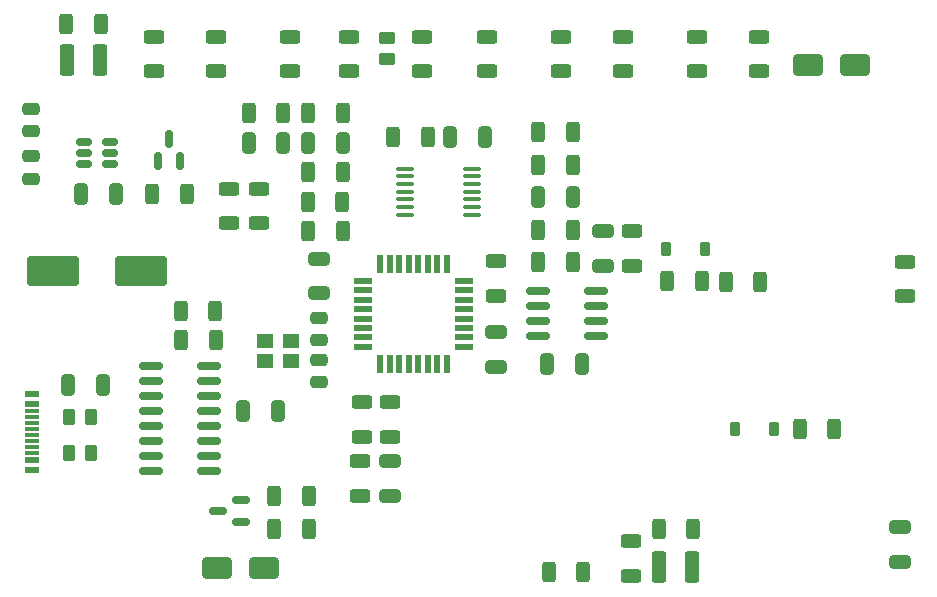
<source format=gbr>
%TF.GenerationSoftware,KiCad,Pcbnew,9.0.1*%
%TF.CreationDate,2025-04-25T18:02:47+02:00*%
%TF.ProjectId,CC_Load,43435f4c-6f61-4642-9e6b-696361645f70,rev?*%
%TF.SameCoordinates,Original*%
%TF.FileFunction,Paste,Top*%
%TF.FilePolarity,Positive*%
%FSLAX46Y46*%
G04 Gerber Fmt 4.6, Leading zero omitted, Abs format (unit mm)*
G04 Created by KiCad (PCBNEW 9.0.1) date 2025-04-25 18:02:47*
%MOMM*%
%LPD*%
G01*
G04 APERTURE LIST*
G04 Aperture macros list*
%AMRoundRect*
0 Rectangle with rounded corners*
0 $1 Rounding radius*
0 $2 $3 $4 $5 $6 $7 $8 $9 X,Y pos of 4 corners*
0 Add a 4 corners polygon primitive as box body*
4,1,4,$2,$3,$4,$5,$6,$7,$8,$9,$2,$3,0*
0 Add four circle primitives for the rounded corners*
1,1,$1+$1,$2,$3*
1,1,$1+$1,$4,$5*
1,1,$1+$1,$6,$7*
1,1,$1+$1,$8,$9*
0 Add four rect primitives between the rounded corners*
20,1,$1+$1,$2,$3,$4,$5,0*
20,1,$1+$1,$4,$5,$6,$7,0*
20,1,$1+$1,$6,$7,$8,$9,0*
20,1,$1+$1,$8,$9,$2,$3,0*%
G04 Aperture macros list end*
%ADD10RoundRect,0.250000X-0.625000X0.312500X-0.625000X-0.312500X0.625000X-0.312500X0.625000X0.312500X0*%
%ADD11R,1.600000X0.550000*%
%ADD12R,0.550000X1.600000*%
%ADD13RoundRect,0.250000X0.650000X-0.325000X0.650000X0.325000X-0.650000X0.325000X-0.650000X-0.325000X0*%
%ADD14RoundRect,0.250000X1.000000X0.650000X-1.000000X0.650000X-1.000000X-0.650000X1.000000X-0.650000X0*%
%ADD15RoundRect,0.250000X0.325000X0.650000X-0.325000X0.650000X-0.325000X-0.650000X0.325000X-0.650000X0*%
%ADD16RoundRect,0.250000X-0.325000X-0.650000X0.325000X-0.650000X0.325000X0.650000X-0.325000X0.650000X0*%
%ADD17RoundRect,0.150000X-0.825000X-0.150000X0.825000X-0.150000X0.825000X0.150000X-0.825000X0.150000X0*%
%ADD18RoundRect,0.250000X0.312500X0.625000X-0.312500X0.625000X-0.312500X-0.625000X0.312500X-0.625000X0*%
%ADD19RoundRect,0.250000X-0.312500X-0.625000X0.312500X-0.625000X0.312500X0.625000X-0.312500X0.625000X0*%
%ADD20R,1.400000X1.200000*%
%ADD21RoundRect,0.150000X0.150000X-0.587500X0.150000X0.587500X-0.150000X0.587500X-0.150000X-0.587500X0*%
%ADD22RoundRect,0.250000X0.262500X0.450000X-0.262500X0.450000X-0.262500X-0.450000X0.262500X-0.450000X0*%
%ADD23RoundRect,0.250000X0.475000X-0.250000X0.475000X0.250000X-0.475000X0.250000X-0.475000X-0.250000X0*%
%ADD24RoundRect,0.250000X0.625000X-0.312500X0.625000X0.312500X-0.625000X0.312500X-0.625000X-0.312500X0*%
%ADD25RoundRect,0.250000X-0.650000X0.325000X-0.650000X-0.325000X0.650000X-0.325000X0.650000X0.325000X0*%
%ADD26RoundRect,0.250000X0.375000X1.075000X-0.375000X1.075000X-0.375000X-1.075000X0.375000X-1.075000X0*%
%ADD27RoundRect,0.150000X-0.512500X-0.150000X0.512500X-0.150000X0.512500X0.150000X-0.512500X0.150000X0*%
%ADD28RoundRect,0.100000X-0.637500X-0.100000X0.637500X-0.100000X0.637500X0.100000X-0.637500X0.100000X0*%
%ADD29R,1.240000X0.600000*%
%ADD30R,1.240000X0.300000*%
%ADD31RoundRect,0.250000X-0.475000X0.250000X-0.475000X-0.250000X0.475000X-0.250000X0.475000X0.250000X0*%
%ADD32RoundRect,0.250000X-0.375000X-1.075000X0.375000X-1.075000X0.375000X1.075000X-0.375000X1.075000X0*%
%ADD33RoundRect,0.225000X0.225000X0.375000X-0.225000X0.375000X-0.225000X-0.375000X0.225000X-0.375000X0*%
%ADD34RoundRect,0.250000X-1.950000X-1.000000X1.950000X-1.000000X1.950000X1.000000X-1.950000X1.000000X0*%
%ADD35RoundRect,0.150000X0.587500X0.150000X-0.587500X0.150000X-0.587500X-0.150000X0.587500X-0.150000X0*%
%ADD36RoundRect,0.250000X-0.450000X0.262500X-0.450000X-0.262500X0.450000X-0.262500X0.450000X0.262500X0*%
G04 APERTURE END LIST*
D10*
%TO.C,R16*%
X137000000Y-85537500D03*
X137000000Y-88462500D03*
%TD*%
D11*
%TO.C,U4*%
X125750000Y-87200000D03*
X125750000Y-88000000D03*
X125750000Y-88800000D03*
X125750000Y-89600000D03*
X125750000Y-90400000D03*
X125750000Y-91200000D03*
X125750000Y-92000000D03*
X125750000Y-92800000D03*
D12*
X127200000Y-94250000D03*
X128000000Y-94250000D03*
X128800000Y-94250000D03*
X129600000Y-94250000D03*
X130400000Y-94250000D03*
X131200000Y-94250000D03*
X132000000Y-94250000D03*
X132800000Y-94250000D03*
D11*
X134250000Y-92800000D03*
X134250000Y-92000000D03*
X134250000Y-91200000D03*
X134250000Y-90400000D03*
X134250000Y-89600000D03*
X134250000Y-88800000D03*
X134250000Y-88000000D03*
X134250000Y-87200000D03*
D12*
X132800000Y-85750000D03*
X132000000Y-85750000D03*
X131200000Y-85750000D03*
X130400000Y-85750000D03*
X129600000Y-85750000D03*
X128800000Y-85750000D03*
X128000000Y-85750000D03*
X127200000Y-85750000D03*
%TD*%
D13*
%TO.C,C16*%
X146000000Y-85925000D03*
X146000000Y-82975000D03*
%TD*%
D14*
%TO.C,D1*%
X117350000Y-111500000D03*
X113350000Y-111500000D03*
%TD*%
D10*
%TO.C,R19*%
X125603000Y-97470500D03*
X125603000Y-100395500D03*
%TD*%
%TO.C,R22*%
X108000000Y-66537500D03*
X108000000Y-69462500D03*
%TD*%
D15*
%TO.C,C12*%
X144225000Y-94250000D03*
X141275000Y-94250000D03*
%TD*%
D10*
%TO.C,R30*%
X124500000Y-66537500D03*
X124500000Y-69462500D03*
%TD*%
D16*
%TO.C,C11*%
X121062500Y-75500000D03*
X124012500Y-75500000D03*
%TD*%
D17*
%TO.C,U3*%
X107750000Y-94460000D03*
X107750000Y-95730000D03*
X107750000Y-97000000D03*
X107750000Y-98270000D03*
X107750000Y-99540000D03*
X107750000Y-100810000D03*
X107750000Y-102080000D03*
X107750000Y-103350000D03*
X112700000Y-103350000D03*
X112700000Y-102080000D03*
X112700000Y-100810000D03*
X112700000Y-99540000D03*
X112700000Y-98270000D03*
X112700000Y-97000000D03*
X112700000Y-95730000D03*
X112700000Y-94460000D03*
%TD*%
D18*
%TO.C,R10*%
X121125000Y-108200000D03*
X118200000Y-108200000D03*
%TD*%
D17*
%TO.C,U5*%
X140525000Y-88095000D03*
X140525000Y-89365000D03*
X140525000Y-90635000D03*
X140525000Y-91905000D03*
X145475000Y-91905000D03*
X145475000Y-90635000D03*
X145475000Y-89365000D03*
X145475000Y-88095000D03*
%TD*%
D19*
%TO.C,R9*%
X100575000Y-65500000D03*
X103500000Y-65500000D03*
%TD*%
D18*
%TO.C,R27*%
X124000000Y-78000000D03*
X121075000Y-78000000D03*
%TD*%
D20*
%TO.C,Y1*%
X119600000Y-92325000D03*
X117400000Y-92325000D03*
X117400000Y-94025000D03*
X119600000Y-94025000D03*
%TD*%
D21*
%TO.C,U7*%
X108362500Y-77037500D03*
X110262500Y-77037500D03*
X109312500Y-75162500D03*
%TD*%
D18*
%TO.C,R40*%
X143497500Y-85637000D03*
X140572500Y-85637000D03*
%TD*%
D22*
%TO.C,R3*%
X102662500Y-101750000D03*
X100837500Y-101750000D03*
%TD*%
%TO.C,R1*%
X102662500Y-98750000D03*
X100837500Y-98750000D03*
%TD*%
D16*
%TO.C,C1*%
X100775000Y-96000000D03*
X103725000Y-96000000D03*
%TD*%
D23*
%TO.C,C13*%
X122000000Y-92225000D03*
X122000000Y-90325000D03*
%TD*%
D16*
%TO.C,C15*%
X140560000Y-80137000D03*
X143510000Y-80137000D03*
%TD*%
D24*
%TO.C,R13*%
X114400000Y-82325000D03*
X114400000Y-79400000D03*
%TD*%
D10*
%TO.C,R41*%
X148400000Y-109237500D03*
X148400000Y-112162500D03*
%TD*%
D24*
%TO.C,R14*%
X116900000Y-82325000D03*
X116900000Y-79400000D03*
%TD*%
D13*
%TO.C,C18*%
X171200000Y-111025000D03*
X171200000Y-108075000D03*
%TD*%
D25*
%TO.C,C8*%
X137000000Y-91525000D03*
X137000000Y-94475000D03*
%TD*%
D10*
%TO.C,R25*%
X142500000Y-66537500D03*
X142500000Y-69462500D03*
%TD*%
D16*
%TO.C,C2*%
X133062500Y-75000000D03*
X136012500Y-75000000D03*
%TD*%
D18*
%TO.C,R11*%
X153662500Y-108200000D03*
X150737500Y-108200000D03*
%TD*%
%TO.C,R39*%
X143497500Y-82887000D03*
X140572500Y-82887000D03*
%TD*%
D26*
%TO.C,D2*%
X103437500Y-68500000D03*
X100637500Y-68500000D03*
%TD*%
D18*
%TO.C,R18*%
X118962500Y-73000000D03*
X116037500Y-73000000D03*
%TD*%
D10*
%TO.C,R31*%
X136250000Y-66537500D03*
X136250000Y-69462500D03*
%TD*%
D14*
%TO.C,D5*%
X167400000Y-68900000D03*
X163400000Y-68900000D03*
%TD*%
D27*
%TO.C,U6*%
X102062500Y-75450000D03*
X102062500Y-76400000D03*
X102062500Y-77350000D03*
X104337500Y-77350000D03*
X104337500Y-76400000D03*
X104337500Y-75450000D03*
%TD*%
D28*
%TO.C,U2*%
X129262500Y-77700000D03*
X129262500Y-78350000D03*
X129262500Y-79000000D03*
X129262500Y-79650000D03*
X129262500Y-80300000D03*
X129262500Y-80950000D03*
X129262500Y-81600000D03*
X134987500Y-81600000D03*
X134987500Y-80950000D03*
X134987500Y-80300000D03*
X134987500Y-79650000D03*
X134987500Y-79000000D03*
X134987500Y-78350000D03*
X134987500Y-77700000D03*
%TD*%
D24*
%TO.C,R21*%
X125500000Y-105425000D03*
X125500000Y-102500000D03*
%TD*%
D19*
%TO.C,R43*%
X107850000Y-79850000D03*
X110775000Y-79850000D03*
%TD*%
D10*
%TO.C,R26*%
X154000000Y-66537500D03*
X154000000Y-69462500D03*
%TD*%
D18*
%TO.C,R34*%
X131200000Y-75000000D03*
X128275000Y-75000000D03*
%TD*%
D19*
%TO.C,R6*%
X118200000Y-105450000D03*
X121125000Y-105450000D03*
%TD*%
D29*
%TO.C,J5*%
X97725000Y-96800000D03*
X97725000Y-97600000D03*
D30*
X97725000Y-98750000D03*
X97725000Y-99750000D03*
X97725000Y-100250000D03*
X97725000Y-101250000D03*
D29*
X97725000Y-102400000D03*
X97725000Y-103200000D03*
X97725000Y-103200000D03*
X97725000Y-102400000D03*
D30*
X97725000Y-101750000D03*
X97725000Y-100750000D03*
X97725000Y-99250000D03*
X97725000Y-98250000D03*
D29*
X97725000Y-97600000D03*
X97725000Y-96800000D03*
%TD*%
D10*
%TO.C,R23*%
X119500000Y-66537500D03*
X119500000Y-69462500D03*
%TD*%
D19*
%TO.C,R8*%
X151475000Y-87250000D03*
X154400000Y-87250000D03*
%TD*%
D10*
%TO.C,R32*%
X147750000Y-66537500D03*
X147750000Y-69462500D03*
%TD*%
D31*
%TO.C,C5*%
X97600000Y-72650000D03*
X97600000Y-74550000D03*
%TD*%
D23*
%TO.C,C4*%
X97600000Y-78550000D03*
X97600000Y-76650000D03*
%TD*%
D31*
%TO.C,C14*%
X122000000Y-93875000D03*
X122000000Y-95775000D03*
%TD*%
D24*
%TO.C,R12*%
X171600000Y-88500000D03*
X171600000Y-85575000D03*
%TD*%
D19*
%TO.C,R35*%
X140572500Y-77387000D03*
X143497500Y-77387000D03*
%TD*%
D32*
%TO.C,D4*%
X150800000Y-111450000D03*
X153600000Y-111450000D03*
%TD*%
D18*
%TO.C,R28*%
X124000000Y-73000000D03*
X121075000Y-73000000D03*
%TD*%
D16*
%TO.C,C6*%
X115550000Y-98250000D03*
X118500000Y-98250000D03*
%TD*%
%TO.C,C17*%
X101862500Y-79900000D03*
X104812500Y-79900000D03*
%TD*%
D33*
%TO.C,D3*%
X154680500Y-84500000D03*
X151380500Y-84500000D03*
%TD*%
D19*
%TO.C,R2*%
X110287500Y-89750000D03*
X113212500Y-89750000D03*
%TD*%
D18*
%TO.C,R7*%
X144362500Y-111900000D03*
X141437500Y-111900000D03*
%TD*%
D15*
%TO.C,C9*%
X118975000Y-75500000D03*
X116025000Y-75500000D03*
%TD*%
D19*
%TO.C,R36*%
X140572500Y-74637000D03*
X143497500Y-74637000D03*
%TD*%
D10*
%TO.C,R29*%
X113250000Y-66537500D03*
X113250000Y-69462500D03*
%TD*%
D34*
%TO.C,C3*%
X99500000Y-86400000D03*
X106900000Y-86400000D03*
%TD*%
D10*
%TO.C,R20*%
X128016000Y-97470500D03*
X128016000Y-100395500D03*
%TD*%
%TO.C,R33*%
X159250000Y-66537500D03*
X159250000Y-69462500D03*
%TD*%
D18*
%TO.C,R17*%
X124000000Y-83000000D03*
X121075000Y-83000000D03*
%TD*%
D13*
%TO.C,C10*%
X128000000Y-105450000D03*
X128000000Y-102500000D03*
%TD*%
D18*
%TO.C,R15*%
X123962500Y-80500000D03*
X121037500Y-80500000D03*
%TD*%
D35*
%TO.C,Q1*%
X115350000Y-107650000D03*
X115350000Y-105750000D03*
X113475000Y-106700000D03*
%TD*%
D13*
%TO.C,C7*%
X122000000Y-88275000D03*
X122000000Y-85325000D03*
%TD*%
D10*
%TO.C,R24*%
X130750000Y-66537500D03*
X130750000Y-69462500D03*
%TD*%
D33*
%TO.C,D6*%
X160500000Y-99750000D03*
X157200000Y-99750000D03*
%TD*%
D19*
%TO.C,R42*%
X162687500Y-99750000D03*
X165612500Y-99750000D03*
%TD*%
D24*
%TO.C,R38*%
X148500000Y-85912500D03*
X148500000Y-82987500D03*
%TD*%
D18*
%TO.C,R4*%
X113250000Y-92210000D03*
X110325000Y-92210000D03*
%TD*%
D19*
%TO.C,R5*%
X156417500Y-87320000D03*
X159342500Y-87320000D03*
%TD*%
D36*
%TO.C,TH1*%
X127762000Y-66628000D03*
X127762000Y-68453000D03*
%TD*%
M02*

</source>
